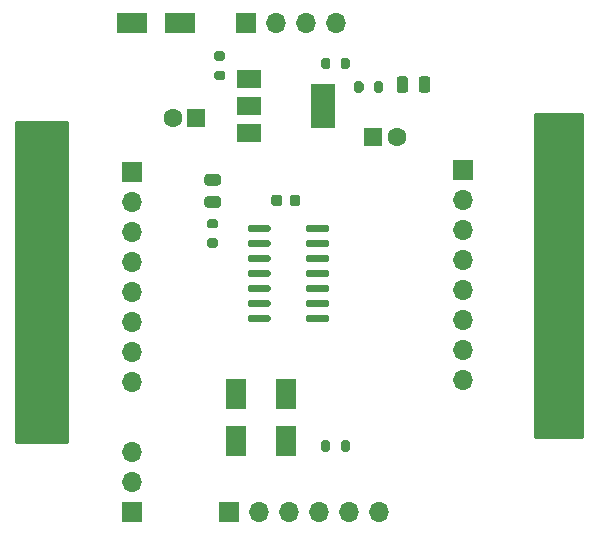
<source format=gbr>
%TF.GenerationSoftware,KiCad,Pcbnew,5.1.9-73d0e3b20d~88~ubuntu20.04.1*%
%TF.CreationDate,2021-02-20T23:14:02+01:00*%
%TF.ProjectId,attiny-214-414-814-proto,61747469-6e79-42d3-9231-342d3431342d,rev?*%
%TF.SameCoordinates,Original*%
%TF.FileFunction,Soldermask,Top*%
%TF.FilePolarity,Negative*%
%FSLAX46Y46*%
G04 Gerber Fmt 4.6, Leading zero omitted, Abs format (unit mm)*
G04 Created by KiCad (PCBNEW 5.1.9-73d0e3b20d~88~ubuntu20.04.1) date 2021-02-20 23:14:02*
%MOMM*%
%LPD*%
G01*
G04 APERTURE LIST*
%ADD10R,1.800000X2.500000*%
%ADD11R,2.500000X1.800000*%
%ADD12R,2.000000X1.500000*%
%ADD13R,2.000000X3.800000*%
%ADD14O,1.700000X1.700000*%
%ADD15R,1.700000X1.700000*%
%ADD16C,1.600000*%
%ADD17R,1.600000X1.600000*%
%ADD18C,0.254000*%
%ADD19C,0.100000*%
G04 APERTURE END LIST*
D10*
%TO.C,D5*%
X104000000Y-99000000D03*
X104000000Y-95000000D03*
%TD*%
%TO.C,D4*%
X99800000Y-95000000D03*
X99800000Y-99000000D03*
%TD*%
D11*
%TO.C,D1*%
X95000000Y-63600000D03*
X91000000Y-63600000D03*
%TD*%
%TO.C,U2*%
G36*
G01*
X105700000Y-81140000D02*
X105700000Y-80840000D01*
G75*
G02*
X105850000Y-80690000I150000J0D01*
G01*
X107500000Y-80690000D01*
G75*
G02*
X107650000Y-80840000I0J-150000D01*
G01*
X107650000Y-81140000D01*
G75*
G02*
X107500000Y-81290000I-150000J0D01*
G01*
X105850000Y-81290000D01*
G75*
G02*
X105700000Y-81140000I0J150000D01*
G01*
G37*
G36*
G01*
X105700000Y-82410000D02*
X105700000Y-82110000D01*
G75*
G02*
X105850000Y-81960000I150000J0D01*
G01*
X107500000Y-81960000D01*
G75*
G02*
X107650000Y-82110000I0J-150000D01*
G01*
X107650000Y-82410000D01*
G75*
G02*
X107500000Y-82560000I-150000J0D01*
G01*
X105850000Y-82560000D01*
G75*
G02*
X105700000Y-82410000I0J150000D01*
G01*
G37*
G36*
G01*
X105700000Y-83680000D02*
X105700000Y-83380000D01*
G75*
G02*
X105850000Y-83230000I150000J0D01*
G01*
X107500000Y-83230000D01*
G75*
G02*
X107650000Y-83380000I0J-150000D01*
G01*
X107650000Y-83680000D01*
G75*
G02*
X107500000Y-83830000I-150000J0D01*
G01*
X105850000Y-83830000D01*
G75*
G02*
X105700000Y-83680000I0J150000D01*
G01*
G37*
G36*
G01*
X105700000Y-84950000D02*
X105700000Y-84650000D01*
G75*
G02*
X105850000Y-84500000I150000J0D01*
G01*
X107500000Y-84500000D01*
G75*
G02*
X107650000Y-84650000I0J-150000D01*
G01*
X107650000Y-84950000D01*
G75*
G02*
X107500000Y-85100000I-150000J0D01*
G01*
X105850000Y-85100000D01*
G75*
G02*
X105700000Y-84950000I0J150000D01*
G01*
G37*
G36*
G01*
X105700000Y-86220000D02*
X105700000Y-85920000D01*
G75*
G02*
X105850000Y-85770000I150000J0D01*
G01*
X107500000Y-85770000D01*
G75*
G02*
X107650000Y-85920000I0J-150000D01*
G01*
X107650000Y-86220000D01*
G75*
G02*
X107500000Y-86370000I-150000J0D01*
G01*
X105850000Y-86370000D01*
G75*
G02*
X105700000Y-86220000I0J150000D01*
G01*
G37*
G36*
G01*
X105700000Y-87490000D02*
X105700000Y-87190000D01*
G75*
G02*
X105850000Y-87040000I150000J0D01*
G01*
X107500000Y-87040000D01*
G75*
G02*
X107650000Y-87190000I0J-150000D01*
G01*
X107650000Y-87490000D01*
G75*
G02*
X107500000Y-87640000I-150000J0D01*
G01*
X105850000Y-87640000D01*
G75*
G02*
X105700000Y-87490000I0J150000D01*
G01*
G37*
G36*
G01*
X105700000Y-88760000D02*
X105700000Y-88460000D01*
G75*
G02*
X105850000Y-88310000I150000J0D01*
G01*
X107500000Y-88310000D01*
G75*
G02*
X107650000Y-88460000I0J-150000D01*
G01*
X107650000Y-88760000D01*
G75*
G02*
X107500000Y-88910000I-150000J0D01*
G01*
X105850000Y-88910000D01*
G75*
G02*
X105700000Y-88760000I0J150000D01*
G01*
G37*
G36*
G01*
X100750000Y-88760000D02*
X100750000Y-88460000D01*
G75*
G02*
X100900000Y-88310000I150000J0D01*
G01*
X102550000Y-88310000D01*
G75*
G02*
X102700000Y-88460000I0J-150000D01*
G01*
X102700000Y-88760000D01*
G75*
G02*
X102550000Y-88910000I-150000J0D01*
G01*
X100900000Y-88910000D01*
G75*
G02*
X100750000Y-88760000I0J150000D01*
G01*
G37*
G36*
G01*
X100750000Y-87490000D02*
X100750000Y-87190000D01*
G75*
G02*
X100900000Y-87040000I150000J0D01*
G01*
X102550000Y-87040000D01*
G75*
G02*
X102700000Y-87190000I0J-150000D01*
G01*
X102700000Y-87490000D01*
G75*
G02*
X102550000Y-87640000I-150000J0D01*
G01*
X100900000Y-87640000D01*
G75*
G02*
X100750000Y-87490000I0J150000D01*
G01*
G37*
G36*
G01*
X100750000Y-86220000D02*
X100750000Y-85920000D01*
G75*
G02*
X100900000Y-85770000I150000J0D01*
G01*
X102550000Y-85770000D01*
G75*
G02*
X102700000Y-85920000I0J-150000D01*
G01*
X102700000Y-86220000D01*
G75*
G02*
X102550000Y-86370000I-150000J0D01*
G01*
X100900000Y-86370000D01*
G75*
G02*
X100750000Y-86220000I0J150000D01*
G01*
G37*
G36*
G01*
X100750000Y-84950000D02*
X100750000Y-84650000D01*
G75*
G02*
X100900000Y-84500000I150000J0D01*
G01*
X102550000Y-84500000D01*
G75*
G02*
X102700000Y-84650000I0J-150000D01*
G01*
X102700000Y-84950000D01*
G75*
G02*
X102550000Y-85100000I-150000J0D01*
G01*
X100900000Y-85100000D01*
G75*
G02*
X100750000Y-84950000I0J150000D01*
G01*
G37*
G36*
G01*
X100750000Y-83680000D02*
X100750000Y-83380000D01*
G75*
G02*
X100900000Y-83230000I150000J0D01*
G01*
X102550000Y-83230000D01*
G75*
G02*
X102700000Y-83380000I0J-150000D01*
G01*
X102700000Y-83680000D01*
G75*
G02*
X102550000Y-83830000I-150000J0D01*
G01*
X100900000Y-83830000D01*
G75*
G02*
X100750000Y-83680000I0J150000D01*
G01*
G37*
G36*
G01*
X100750000Y-82410000D02*
X100750000Y-82110000D01*
G75*
G02*
X100900000Y-81960000I150000J0D01*
G01*
X102550000Y-81960000D01*
G75*
G02*
X102700000Y-82110000I0J-150000D01*
G01*
X102700000Y-82410000D01*
G75*
G02*
X102550000Y-82560000I-150000J0D01*
G01*
X100900000Y-82560000D01*
G75*
G02*
X100750000Y-82410000I0J150000D01*
G01*
G37*
G36*
G01*
X100750000Y-81140000D02*
X100750000Y-80840000D01*
G75*
G02*
X100900000Y-80690000I150000J0D01*
G01*
X102550000Y-80690000D01*
G75*
G02*
X102700000Y-80840000I0J-150000D01*
G01*
X102700000Y-81140000D01*
G75*
G02*
X102550000Y-81290000I-150000J0D01*
G01*
X100900000Y-81290000D01*
G75*
G02*
X100750000Y-81140000I0J150000D01*
G01*
G37*
%TD*%
D12*
%TO.C,U1*%
X100850000Y-68300000D03*
X100850000Y-72900000D03*
X100850000Y-70600000D03*
D13*
X107150000Y-70600000D03*
%TD*%
%TO.C,R5*%
G36*
G01*
X107775000Y-99125000D02*
X107775000Y-99675000D01*
G75*
G02*
X107575000Y-99875000I-200000J0D01*
G01*
X107175000Y-99875000D01*
G75*
G02*
X106975000Y-99675000I0J200000D01*
G01*
X106975000Y-99125000D01*
G75*
G02*
X107175000Y-98925000I200000J0D01*
G01*
X107575000Y-98925000D01*
G75*
G02*
X107775000Y-99125000I0J-200000D01*
G01*
G37*
G36*
G01*
X109425000Y-99125000D02*
X109425000Y-99675000D01*
G75*
G02*
X109225000Y-99875000I-200000J0D01*
G01*
X108825000Y-99875000D01*
G75*
G02*
X108625000Y-99675000I0J200000D01*
G01*
X108625000Y-99125000D01*
G75*
G02*
X108825000Y-98925000I200000J0D01*
G01*
X109225000Y-98925000D01*
G75*
G02*
X109425000Y-99125000I0J-200000D01*
G01*
G37*
%TD*%
%TO.C,R4*%
G36*
G01*
X108625000Y-67275000D02*
X108625000Y-66725000D01*
G75*
G02*
X108825000Y-66525000I200000J0D01*
G01*
X109225000Y-66525000D01*
G75*
G02*
X109425000Y-66725000I0J-200000D01*
G01*
X109425000Y-67275000D01*
G75*
G02*
X109225000Y-67475000I-200000J0D01*
G01*
X108825000Y-67475000D01*
G75*
G02*
X108625000Y-67275000I0J200000D01*
G01*
G37*
G36*
G01*
X106975000Y-67275000D02*
X106975000Y-66725000D01*
G75*
G02*
X107175000Y-66525000I200000J0D01*
G01*
X107575000Y-66525000D01*
G75*
G02*
X107775000Y-66725000I0J-200000D01*
G01*
X107775000Y-67275000D01*
G75*
G02*
X107575000Y-67475000I-200000J0D01*
G01*
X107175000Y-67475000D01*
G75*
G02*
X106975000Y-67275000I0J200000D01*
G01*
G37*
%TD*%
%TO.C,R3*%
G36*
G01*
X98125000Y-67625000D02*
X98675000Y-67625000D01*
G75*
G02*
X98875000Y-67825000I0J-200000D01*
G01*
X98875000Y-68225000D01*
G75*
G02*
X98675000Y-68425000I-200000J0D01*
G01*
X98125000Y-68425000D01*
G75*
G02*
X97925000Y-68225000I0J200000D01*
G01*
X97925000Y-67825000D01*
G75*
G02*
X98125000Y-67625000I200000J0D01*
G01*
G37*
G36*
G01*
X98125000Y-65975000D02*
X98675000Y-65975000D01*
G75*
G02*
X98875000Y-66175000I0J-200000D01*
G01*
X98875000Y-66575000D01*
G75*
G02*
X98675000Y-66775000I-200000J0D01*
G01*
X98125000Y-66775000D01*
G75*
G02*
X97925000Y-66575000I0J200000D01*
G01*
X97925000Y-66175000D01*
G75*
G02*
X98125000Y-65975000I200000J0D01*
G01*
G37*
%TD*%
%TO.C,R2*%
G36*
G01*
X110575000Y-68725000D02*
X110575000Y-69275000D01*
G75*
G02*
X110375000Y-69475000I-200000J0D01*
G01*
X109975000Y-69475000D01*
G75*
G02*
X109775000Y-69275000I0J200000D01*
G01*
X109775000Y-68725000D01*
G75*
G02*
X109975000Y-68525000I200000J0D01*
G01*
X110375000Y-68525000D01*
G75*
G02*
X110575000Y-68725000I0J-200000D01*
G01*
G37*
G36*
G01*
X112225000Y-68725000D02*
X112225000Y-69275000D01*
G75*
G02*
X112025000Y-69475000I-200000J0D01*
G01*
X111625000Y-69475000D01*
G75*
G02*
X111425000Y-69275000I0J200000D01*
G01*
X111425000Y-68725000D01*
G75*
G02*
X111625000Y-68525000I200000J0D01*
G01*
X112025000Y-68525000D01*
G75*
G02*
X112225000Y-68725000I0J-200000D01*
G01*
G37*
%TD*%
%TO.C,R1*%
G36*
G01*
X97525000Y-81825000D02*
X98075000Y-81825000D01*
G75*
G02*
X98275000Y-82025000I0J-200000D01*
G01*
X98275000Y-82425000D01*
G75*
G02*
X98075000Y-82625000I-200000J0D01*
G01*
X97525000Y-82625000D01*
G75*
G02*
X97325000Y-82425000I0J200000D01*
G01*
X97325000Y-82025000D01*
G75*
G02*
X97525000Y-81825000I200000J0D01*
G01*
G37*
G36*
G01*
X97525000Y-80175000D02*
X98075000Y-80175000D01*
G75*
G02*
X98275000Y-80375000I0J-200000D01*
G01*
X98275000Y-80775000D01*
G75*
G02*
X98075000Y-80975000I-200000J0D01*
G01*
X97525000Y-80975000D01*
G75*
G02*
X97325000Y-80775000I0J200000D01*
G01*
X97325000Y-80375000D01*
G75*
G02*
X97525000Y-80175000I200000J0D01*
G01*
G37*
%TD*%
D14*
%TO.C,J5*%
X119000000Y-93780000D03*
X119000000Y-91240000D03*
X119000000Y-88700000D03*
X119000000Y-86160000D03*
X119000000Y-83620000D03*
X119000000Y-81080000D03*
X119000000Y-78540000D03*
D15*
X119000000Y-76000000D03*
%TD*%
D14*
%TO.C,J4*%
X111900000Y-105000000D03*
X109360000Y-105000000D03*
X106820000Y-105000000D03*
X104280000Y-105000000D03*
X101740000Y-105000000D03*
D15*
X99200000Y-105000000D03*
%TD*%
D14*
%TO.C,J3*%
X91000000Y-93980000D03*
X91000000Y-91440000D03*
X91000000Y-88900000D03*
X91000000Y-86360000D03*
X91000000Y-83820000D03*
X91000000Y-81280000D03*
X91000000Y-78740000D03*
D15*
X91000000Y-76200000D03*
%TD*%
D14*
%TO.C,J2*%
X91000000Y-99920000D03*
X91000000Y-102460000D03*
D15*
X91000000Y-105000000D03*
%TD*%
D14*
%TO.C,J1*%
X108220000Y-63600000D03*
X105680000Y-63600000D03*
X103140000Y-63600000D03*
D15*
X100600000Y-63600000D03*
%TD*%
%TO.C,D3*%
G36*
G01*
X114350000Y-68343750D02*
X114350000Y-69256250D01*
G75*
G02*
X114106250Y-69500000I-243750J0D01*
G01*
X113618750Y-69500000D01*
G75*
G02*
X113375000Y-69256250I0J243750D01*
G01*
X113375000Y-68343750D01*
G75*
G02*
X113618750Y-68100000I243750J0D01*
G01*
X114106250Y-68100000D01*
G75*
G02*
X114350000Y-68343750I0J-243750D01*
G01*
G37*
G36*
G01*
X116225000Y-68343750D02*
X116225000Y-69256250D01*
G75*
G02*
X115981250Y-69500000I-243750J0D01*
G01*
X115493750Y-69500000D01*
G75*
G02*
X115250000Y-69256250I0J243750D01*
G01*
X115250000Y-68343750D01*
G75*
G02*
X115493750Y-68100000I243750J0D01*
G01*
X115981250Y-68100000D01*
G75*
G02*
X116225000Y-68343750I0J-243750D01*
G01*
G37*
%TD*%
%TO.C,D2*%
G36*
G01*
X97343750Y-78250000D02*
X98256250Y-78250000D01*
G75*
G02*
X98500000Y-78493750I0J-243750D01*
G01*
X98500000Y-78981250D01*
G75*
G02*
X98256250Y-79225000I-243750J0D01*
G01*
X97343750Y-79225000D01*
G75*
G02*
X97100000Y-78981250I0J243750D01*
G01*
X97100000Y-78493750D01*
G75*
G02*
X97343750Y-78250000I243750J0D01*
G01*
G37*
G36*
G01*
X97343750Y-76375000D02*
X98256250Y-76375000D01*
G75*
G02*
X98500000Y-76618750I0J-243750D01*
G01*
X98500000Y-77106250D01*
G75*
G02*
X98256250Y-77350000I-243750J0D01*
G01*
X97343750Y-77350000D01*
G75*
G02*
X97100000Y-77106250I0J243750D01*
G01*
X97100000Y-76618750D01*
G75*
G02*
X97343750Y-76375000I243750J0D01*
G01*
G37*
%TD*%
D16*
%TO.C,C3*%
X113400000Y-73200000D03*
D17*
X111400000Y-73200000D03*
%TD*%
D16*
%TO.C,C2*%
X94400000Y-71600000D03*
D17*
X96400000Y-71600000D03*
%TD*%
%TO.C,C1*%
G36*
G01*
X104325000Y-78850000D02*
X104325000Y-78350000D01*
G75*
G02*
X104550000Y-78125000I225000J0D01*
G01*
X105000000Y-78125000D01*
G75*
G02*
X105225000Y-78350000I0J-225000D01*
G01*
X105225000Y-78850000D01*
G75*
G02*
X105000000Y-79075000I-225000J0D01*
G01*
X104550000Y-79075000D01*
G75*
G02*
X104325000Y-78850000I0J225000D01*
G01*
G37*
G36*
G01*
X102775000Y-78850000D02*
X102775000Y-78350000D01*
G75*
G02*
X103000000Y-78125000I225000J0D01*
G01*
X103450000Y-78125000D01*
G75*
G02*
X103675000Y-78350000I0J-225000D01*
G01*
X103675000Y-78850000D01*
G75*
G02*
X103450000Y-79075000I-225000J0D01*
G01*
X103000000Y-79075000D01*
G75*
G02*
X102775000Y-78850000I0J225000D01*
G01*
G37*
%TD*%
D18*
X129073000Y-98673000D02*
X125127000Y-98673000D01*
X125127000Y-71327000D01*
X129073000Y-71327000D01*
X129073000Y-98673000D01*
D19*
G36*
X129073000Y-98673000D02*
G01*
X125127000Y-98673000D01*
X125127000Y-71327000D01*
X129073000Y-71327000D01*
X129073000Y-98673000D01*
G37*
D18*
X85473000Y-99073000D02*
X81127000Y-99073000D01*
X81127000Y-71927000D01*
X85473000Y-71927000D01*
X85473000Y-99073000D01*
D19*
G36*
X85473000Y-99073000D02*
G01*
X81127000Y-99073000D01*
X81127000Y-71927000D01*
X85473000Y-71927000D01*
X85473000Y-99073000D01*
G37*
M02*

</source>
